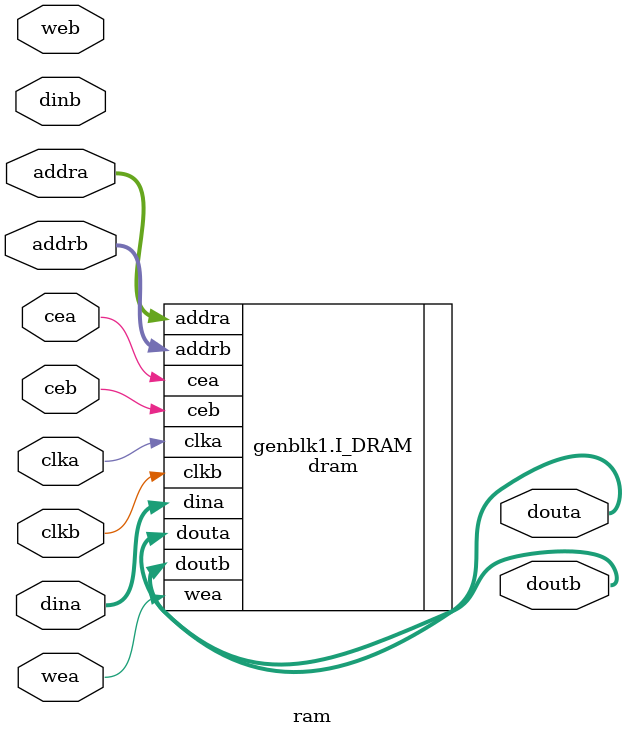
<source format=v>
/*
 **
 ** File Name            :   bram.v
 ** RAM_TYPE
 ** 0 - dram
 ** 1 - bram
 ** MEM_TYPE
 ** 0 - Single Port Memory
 ** 1 - Simple Dual Port Memory
 ** 2 - True Dual Port Memory
 ** 
 ** SP Interface  SDP Interface  TDP Interface
 ** clka          clka           clka
 ** wea           wea            wea
 ** addra         addra          addra
 ** dina          dina           dina
 ** cea                          cea
 ** douta                        douta
 **                                   
 **               clkb           clkb
 **               addrb          addrb
 **                              dinb
 **               ceb            ceb
 **               doutb          doutb
 */

module ram
  (
   clka,
   cea,
   wea,
   addra,
   dina,
   douta,

   clkb,
   ceb,
   web,
   addrb,
   dinb,
   doutb
   );

   parameter RAM_TYPE = 0;
   parameter MEM_TYPE = 2;
   parameter DATA_W = 32;
   parameter ADDR_W  = 8;
   parameter DEPTH = (1 << ADDR_W);
   parameter REG_OUT_A = 1;
   parameter REG_OUT_B = 1;

   input 		clka;
   input 		cea;
   input 		wea;
   input [ADDR_W-1:0] 	addra;
   input [DATA_W-1:0] 	dina;
   output [DATA_W-1:0] 	douta;

   input 		clkb;
   input                ceb;
   input                web;
   input [ADDR_W-1:0] 	addrb;
   input [DATA_W-1:0] 	dinb;
   output [DATA_W-1:0] 	doutb;


   generate
      if (RAM_TYPE == 0) begin
	 dram #
	   (
	    /*AUTOINSTPARAM*/
	    // Parameters
	    .MEM_TYPE			(MEM_TYPE),
	    .DATA_W			(DATA_W),
	    .ADDR_W			(ADDR_W),
	    .DEPTH			(DEPTH),
	    .REG_OUT_A			(REG_OUT_A),
	    .REG_OUT_B			(REG_OUT_B))
	 I_DRAM
	   (
	    /*AUTOINST*/
	    // Outputs
	    .douta			(douta[DATA_W-1:0]),
	    .doutb			(doutb[DATA_W-1:0]),
	    // Inputs
	    .clka			(clka),
	    .cea			(cea),
	    .wea			(wea),
	    .addra			(addra[ADDR_W-1:0]),
	    .dina			(dina[DATA_W-1:0]),
	    .clkb			(clkb),
	    .ceb			(ceb),
	    .addrb			(addrb[ADDR_W-1:0]));

      end
   endgenerate

   generate
      if (RAM_TYPE == 1) begin
	 bram #
	   (
	    /*AUTOINSTPARAM*/
	    // Parameters
	    .MEM_TYPE			(MEM_TYPE),
	    .DATA_W			(DATA_W),
	    .ADDR_W			(ADDR_W),
	    .DEPTH			(DEPTH))
	 I_BRAM
	   (
	    /*AUTOINST*/
	    // Outputs
	    .douta			(douta[DATA_W-1:0]),
	    .doutb			(doutb[DATA_W-1:0]),
	    // Inputs
	    .clka			(clka),
	    .cea			(cea),
	    .wea			(wea),
	    .addra			(addra[ADDR_W-1:0]),
	    .dina			(dina[DATA_W-1:0]),
	    .clkb			(clkb),
	    .ceb			(ceb),
	    .web			(web),
	    .addrb			(addrb[ADDR_W-1:0]),
	    .dinb			(dinb[DATA_W-1:0]));

      end
   endgenerate

endmodule



</source>
